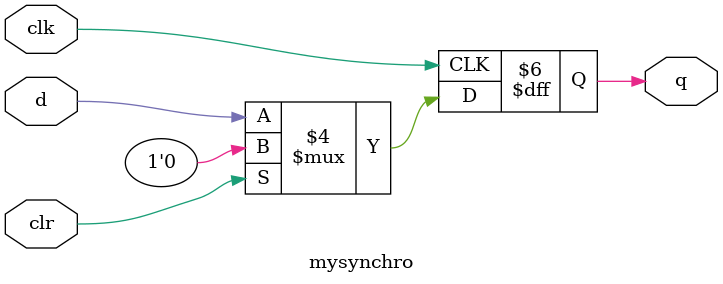
<source format=v>
module mysynchro(clk,clr,d,q);
	input clk;
	input clr;
	input d;
	output reg q;
	
always @ (posedge clk)
	if (clr==1) q <= 0;
	else q <= d;
endmodule

</source>
